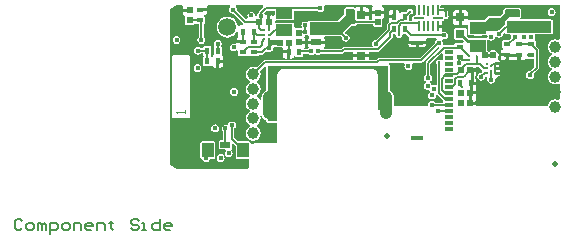
<source format=gbr>
G04 Layer_Physical_Order=1*
G04 Layer_Color=255*
%FSLAX45Y45*%
%MOMM*%
%TF.FileFunction,Copper,L1,Top,Signal*%
%TF.Part,Single*%
%TFFileComment,The blind Vias under BGA and Other Pads are Via-In-Pad (VIP)*%
G01*
G75*
%TA.AperFunction,SMDPad,CuDef*%
%ADD10R,0.80000X0.70000*%
%ADD11R,0.85000X0.60000*%
%ADD12R,1.00000X0.30000*%
%ADD13R,0.70000X0.30000*%
%ADD14R,1.00000X1.20000*%
%ADD15R,0.90000X0.50000*%
%ADD16C,1.00000*%
%ADD17R,3.76000X1.00000*%
%ADD18C,0.50800*%
%ADD19R,0.50000X0.60000*%
%ADD20R,1.37000X0.99000*%
G04:AMPARAMS|DCode=21|XSize=0.25mm|YSize=0.5mm|CornerRadius=0.0625mm|HoleSize=0mm|Usage=FLASHONLY|Rotation=0.000|XOffset=0mm|YOffset=0mm|HoleType=Round|Shape=RoundedRectangle|*
%AMROUNDEDRECTD21*
21,1,0.25000,0.37500,0,0,0.0*
21,1,0.12500,0.50000,0,0,0.0*
1,1,0.12500,0.06250,-0.18750*
1,1,0.12500,-0.06250,-0.18750*
1,1,0.12500,-0.06250,0.18750*
1,1,0.12500,0.06250,0.18750*
%
%ADD21ROUNDEDRECTD21*%
G04:AMPARAMS|DCode=22|XSize=0.16mm|YSize=0.25mm|CornerRadius=0.04mm|HoleSize=0mm|Usage=FLASHONLY|Rotation=90.000|XOffset=0mm|YOffset=0mm|HoleType=Round|Shape=RoundedRectangle|*
%AMROUNDEDRECTD22*
21,1,0.16000,0.17000,0,0,90.0*
21,1,0.08000,0.25000,0,0,90.0*
1,1,0.08000,0.08500,0.04000*
1,1,0.08000,0.08500,-0.04000*
1,1,0.08000,-0.08500,-0.04000*
1,1,0.08000,-0.08500,0.04000*
%
%ADD22ROUNDEDRECTD22*%
%ADD23R,0.25000X0.16000*%
%TA.AperFunction,BGAPad,CuDef*%
%ADD24C,0.25000*%
%TA.AperFunction,SMDPad,CuDef*%
%ADD25O,0.20000X0.85000*%
%ADD26O,0.20000X0.90000*%
%ADD27O,0.90000X0.18000*%
%ADD28R,0.40000X0.60000*%
%ADD29R,0.60000X0.40000*%
%TA.AperFunction,BGAPad,SMDef*%
%ADD30C,0.27000*%
%TA.AperFunction,SMDPad,CuDef*%
%ADD31R,0.76200X0.76200*%
%ADD32R,0.56000X0.52000*%
%ADD33R,0.52000X0.56000*%
%TA.AperFunction,Conductor*%
%ADD34C,0.12700*%
%ADD35C,0.25000*%
%ADD36C,0.20000*%
%ADD37C,0.15000*%
%TA.AperFunction,NonConductor*%
%ADD38C,0.10000*%
%ADD39C,0.15000*%
%TA.AperFunction,ComponentPad*%
%ADD40O,1.10000X2.40000*%
%TA.AperFunction,ViaPad*%
%ADD41C,1.50000*%
%TA.AperFunction,ComponentPad*%
%ADD42C,1.00000*%
%TA.AperFunction,ViaPad*%
%ADD43C,0.61000*%
%ADD44C,0.40100*%
%ADD45C,0.50000*%
%ADD46C,0.45100*%
%ADD47C,0.25000*%
%ADD48C,0.45000*%
G36*
X1079450Y141756D02*
X1078883Y140386D01*
Y70386D01*
X1082909Y60666D01*
X1085629Y59539D01*
Y23386D01*
X1046095Y23385D01*
X959095Y-63615D01*
X699629Y-63614D01*
X699629Y41385D01*
X943630Y41387D01*
X1004629Y102386D01*
Y154456D01*
X1070964D01*
X1079450Y141756D01*
D02*
G37*
G36*
X2476683Y142363D02*
X2476009Y88700D01*
X2388691Y88699D01*
X2362512Y62520D01*
X2358343Y60793D01*
X2356616Y56624D01*
X2348562Y48570D01*
X2348563Y20022D01*
X2344698Y17439D01*
X2303900Y-23359D01*
X2303349Y-23249D01*
X2290571Y-25791D01*
X2279738Y-33030D01*
X2276915Y-37255D01*
X2069230D01*
X2063900Y-26512D01*
Y43400D01*
X2181000D01*
X2216300Y78700D01*
X2317600D01*
X2351788Y112888D01*
X2351787Y142419D01*
X2360768Y151400D01*
X2467759D01*
X2476683Y142363D01*
D02*
G37*
G36*
X327912Y-335770D02*
Y-476425D01*
X328315Y-477397D01*
X328177Y-478093D01*
X328277Y-478600D01*
X328177Y-479107D01*
X328315Y-479803D01*
X327912Y-480775D01*
Y-537227D01*
X322488Y-539474D01*
X308346Y-550325D01*
X297495Y-564468D01*
X290673Y-580936D01*
X288346Y-598609D01*
Y-615504D01*
X276346Y-619144D01*
X265833Y-603410D01*
X250200Y-592964D01*
Y-579264D01*
X265833Y-568818D01*
X279691Y-548078D01*
X284557Y-523614D01*
X279691Y-499150D01*
X265833Y-478410D01*
X250200Y-467964D01*
Y-454264D01*
X265833Y-443818D01*
X279691Y-423078D01*
X284557Y-398614D01*
X279691Y-374150D01*
X276836Y-369876D01*
X315912Y-330799D01*
X327912Y-335770D01*
D02*
G37*
G36*
X25553Y171765D02*
X24838Y171287D01*
X17599Y160454D01*
X15057Y147676D01*
X17599Y134897D01*
X24838Y124065D01*
X35670Y116826D01*
X48449Y114284D01*
X49000Y114394D01*
X133373Y30020D01*
X134475Y29283D01*
X130835Y17283D01*
X115629D01*
X105718Y15312D01*
X100095Y11555D01*
X90678Y14150D01*
X87356Y16377D01*
X86699Y21373D01*
X85770Y22982D01*
Y24840D01*
X78212Y43084D01*
X76899Y44398D01*
X76418Y46192D01*
X64396Y61859D01*
X62788Y62788D01*
X61859Y64396D01*
X46192Y76418D01*
X44398Y76899D01*
X43084Y78212D01*
X24840Y85770D01*
X22982D01*
X21373Y86699D01*
X1794Y89276D01*
X877Y89031D01*
X0Y89394D01*
X-877Y89031D01*
X-1794Y89276D01*
X-21373Y86699D01*
X-22982Y85770D01*
X-24840D01*
X-43084Y78212D01*
X-44398Y76899D01*
X-46192Y76418D01*
X-61859Y64396D01*
X-62788Y62788D01*
X-64396Y61859D01*
X-76418Y46192D01*
X-76899Y44398D01*
X-78212Y43084D01*
X-85770Y24840D01*
Y22982D01*
X-86699Y21373D01*
X-89276Y1794D01*
X-88795Y0D01*
X-89276Y-1794D01*
X-86699Y-21373D01*
X-85770Y-22982D01*
Y-24840D01*
X-78212Y-43084D01*
X-76899Y-44398D01*
X-76418Y-46192D01*
X-64396Y-61859D01*
X-62788Y-62788D01*
X-61859Y-64396D01*
X-46192Y-76418D01*
X-44398Y-76899D01*
X-43084Y-78212D01*
X-24840Y-85770D01*
X-22982D01*
X-21373Y-86699D01*
X-1794Y-89276D01*
X-877Y-89031D01*
X0Y-89394D01*
X877Y-89031D01*
X1794Y-89276D01*
X21373Y-86699D01*
X22982Y-85770D01*
X24840D01*
X43084Y-78212D01*
X44398Y-76899D01*
X46192Y-76418D01*
X61859Y-64396D01*
X62788Y-62788D01*
X64396Y-61859D01*
X76418Y-46192D01*
X88318Y-46198D01*
X89731Y-46633D01*
Y-68614D01*
X91702Y-78525D01*
X93479Y-81184D01*
X87317Y-85302D01*
X81703Y-93703D01*
X79731Y-103614D01*
Y-110915D01*
X135629D01*
Y-136315D01*
X78254D01*
X68652Y-142168D01*
X67731Y-142160D01*
X55657Y-139758D01*
X42879Y-142300D01*
X32046Y-149538D01*
X24807Y-160371D01*
X22265Y-173150D01*
X24807Y-185928D01*
X32046Y-196761D01*
X42879Y-204000D01*
X55657Y-206541D01*
X68435Y-204000D01*
X79268Y-196761D01*
X79882Y-195842D01*
X91882Y-199482D01*
Y-233614D01*
X95909Y-243334D01*
X105629Y-247360D01*
X165629D01*
X175349Y-243335D01*
X185909Y-243334D01*
X195629Y-247360D01*
X255629D01*
X265349Y-243334D01*
X269191Y-234059D01*
X291717D01*
X300574Y-232297D01*
X308083Y-227280D01*
X328920Y-206443D01*
X336895Y-211771D01*
X350629Y-214504D01*
X364363Y-211771D01*
X376007Y-203992D01*
X383786Y-192348D01*
X386518Y-178614D01*
X396762Y-169245D01*
X412417D01*
X416719Y-171027D01*
X463528D01*
X473578Y-180430D01*
X473731Y-182113D01*
Y-197874D01*
X519629D01*
Y-210574D01*
X532329D01*
Y-266472D01*
X539629D01*
X549539Y-264500D01*
X557941Y-258886D01*
X563555Y-250485D01*
X564796Y-244247D01*
X577152Y-243639D01*
X579909Y-250294D01*
X589629Y-254321D01*
X629629D01*
X639349Y-250294D01*
X643375Y-240574D01*
Y-224727D01*
X684959D01*
X687758Y-228915D01*
X698590Y-236154D01*
X711369Y-238696D01*
X724147Y-236154D01*
X734980Y-228915D01*
X747708Y-231466D01*
X754942Y-236300D01*
X767720Y-238842D01*
X780499Y-236300D01*
X791331Y-229061D01*
X794130Y-224873D01*
X970180D01*
X977613Y-223395D01*
X983914Y-219184D01*
X994111Y-208987D01*
X1066217D01*
X1066731Y-209614D01*
Y-231914D01*
X1132628D01*
X1198526D01*
Y-209614D01*
X1199041Y-208987D01*
X1274279D01*
X1281712Y-207509D01*
X1288014Y-203298D01*
X1394157Y-97155D01*
X1398367Y-90854D01*
X1399846Y-83421D01*
Y-61633D01*
X1422866D01*
X1429883Y-70182D01*
X1431838Y-80015D01*
X1437408Y-88350D01*
X1445744Y-93920D01*
X1455576Y-95876D01*
X1465409Y-93920D01*
X1473744Y-88350D01*
X1479314Y-80015D01*
X1481270Y-70182D01*
X1492518Y-61633D01*
X1517449D01*
X1539214Y-83398D01*
X1540543Y-94852D01*
X1539544Y-99399D01*
X1535074Y-106089D01*
X1533103Y-116000D01*
Y-118302D01*
X1608999D01*
X1684898D01*
Y-116000D01*
X1682926Y-106089D01*
X1681071Y-103312D01*
X1687842Y-90612D01*
X1770448D01*
X1774300Y-103312D01*
X1767876Y-107605D01*
X1760637Y-118438D01*
X1758096Y-131216D01*
X1758986Y-135691D01*
X1631977Y-262700D01*
X1286265D01*
X1278832Y-264178D01*
X1272531Y-268389D01*
D01*
X1272531D01*
X1261678Y-279241D01*
X1198526D01*
Y-257314D01*
X1132628D01*
X1066731D01*
Y-279241D01*
X320580D01*
X320579Y-279241D01*
X313146Y-280720D01*
X306845Y-284930D01*
X249367Y-342407D01*
X245093Y-339552D01*
X220629Y-334686D01*
X196165Y-339552D01*
X175425Y-353410D01*
X161567Y-374150D01*
X156701Y-398614D01*
X161567Y-423078D01*
X175425Y-443818D01*
X191058Y-454264D01*
Y-467964D01*
X175425Y-478410D01*
X161567Y-499150D01*
X156701Y-523614D01*
X161567Y-548078D01*
X175425Y-568818D01*
X191058Y-579264D01*
Y-592964D01*
X175425Y-603410D01*
X161567Y-624150D01*
X156701Y-648614D01*
X161567Y-673078D01*
X175425Y-693818D01*
X191058Y-704264D01*
Y-717964D01*
X175425Y-728410D01*
X161567Y-749150D01*
X156701Y-773614D01*
X161567Y-798078D01*
X175425Y-818818D01*
X191058Y-829264D01*
Y-842964D01*
X175425Y-853410D01*
X161567Y-874150D01*
X156701Y-898614D01*
X161567Y-923078D01*
X175425Y-943818D01*
X196165Y-957676D01*
X220629Y-962542D01*
X245093Y-957676D01*
X265833Y-943818D01*
X279691Y-923078D01*
X284557Y-898614D01*
X279691Y-874150D01*
X265833Y-853410D01*
X250200Y-842964D01*
Y-829264D01*
X265833Y-818818D01*
X279691Y-798078D01*
X284557Y-773614D01*
X280448Y-752955D01*
X291987Y-749455D01*
X297495Y-762752D01*
X308346Y-776894D01*
X322488Y-787745D01*
X327912Y-789992D01*
Y-794654D01*
X331939Y-804375D01*
X341659Y-808401D01*
X423764D01*
Y-959089D01*
X423068Y-965265D01*
X421318Y-970267D01*
X418500Y-974753D01*
X414753Y-978499D01*
X410266Y-981318D01*
X405264Y-983069D01*
X399088Y-983765D01*
X240000D01*
X239110Y-984134D01*
X238184Y-983867D01*
X229283Y-984869D01*
X227626Y-985785D01*
X225735Y-985678D01*
X217282Y-988637D01*
X215872Y-989897D01*
X214007Y-990214D01*
X210866Y-992187D01*
X199038Y-986552D01*
X198866Y-986281D01*
Y-980460D01*
X194840Y-970740D01*
X185120Y-966714D01*
X88842D01*
X59307Y-937178D01*
Y-857271D01*
X63495Y-854473D01*
X70733Y-843640D01*
X73275Y-830861D01*
X70733Y-818083D01*
X63495Y-807250D01*
X52662Y-800012D01*
X39884Y-797470D01*
X27105Y-800012D01*
X16272Y-807250D01*
X9034Y-818083D01*
X8734Y-819588D01*
X-2102Y-826780D01*
X-14880Y-824239D01*
X-27659Y-826780D01*
X-38491Y-834019D01*
X-45730Y-844852D01*
X-48272Y-857630D01*
X-45730Y-870409D01*
X-38491Y-881242D01*
X-34303Y-884040D01*
Y-956714D01*
X-59880D01*
X-69600Y-960740D01*
X-73626Y-970460D01*
Y-1020460D01*
X-69600Y-1030180D01*
X-59880Y-1034206D01*
X-19213D01*
X-17236Y-1036778D01*
X-13897Y-1046206D01*
X-19318Y-1054319D01*
X-21860Y-1067098D01*
X-19318Y-1079876D01*
X-12080Y-1090709D01*
X-1247Y-1097948D01*
X11532Y-1100489D01*
X24310Y-1097948D01*
X35143Y-1090709D01*
X42381Y-1079876D01*
X44923Y-1067098D01*
X42381Y-1054319D01*
X35995Y-1044762D01*
X35673Y-1041145D01*
X37981Y-1030950D01*
X39840Y-1030180D01*
X43866Y-1020460D01*
Y-992354D01*
X54953Y-987762D01*
X71373Y-1004182D01*
Y-1100460D01*
X75400Y-1110180D01*
X85120Y-1114206D01*
X183765D01*
Y-1179088D01*
X183069Y-1185265D01*
X181319Y-1190265D01*
X178499Y-1194753D01*
X174752Y-1198500D01*
X170266Y-1201319D01*
X165264Y-1203069D01*
X159088Y-1203766D01*
X-425650D01*
X-483766Y-1170211D01*
X-483765Y150212D01*
X-425650Y183765D01*
X-378977D01*
X-370597Y171765D01*
X-371269Y168386D01*
Y153086D01*
X-319371D01*
Y127686D01*
X-371269D01*
Y112386D01*
X-369297Y102475D01*
X-363684Y94073D01*
X-358911Y90885D01*
X-359118Y90386D01*
Y34386D01*
X-355091Y24665D01*
X-345371Y20639D01*
X-293371D01*
X-283651Y24665D01*
X-282451Y27562D01*
X-269463D01*
X-269091Y26666D01*
X-259371Y22640D01*
X-238794D01*
Y-82204D01*
X-242982Y-85003D01*
X-250221Y-95836D01*
X-252763Y-108614D01*
X-250221Y-121393D01*
X-242982Y-132226D01*
X-232150Y-139464D01*
X-219371Y-142006D01*
X-206593Y-139464D01*
X-195760Y-132226D01*
X-188521Y-121393D01*
X-185980Y-108614D01*
X-188521Y-95836D01*
X-195760Y-85003D01*
X-199948Y-82204D01*
Y22640D01*
X-199371D01*
X-189651Y26666D01*
X-185625Y36386D01*
Y76386D01*
X-189651Y86106D01*
X-196306Y88863D01*
X-195699Y101219D01*
X-189461Y102460D01*
X-181059Y108074D01*
X-175445Y116476D01*
X-173474Y126386D01*
Y133685D01*
X-229371D01*
Y159085D01*
X-173474D01*
Y166386D01*
X-174543Y171765D01*
X-167101Y183765D01*
X21912D01*
X25553Y171765D01*
D02*
G37*
G36*
X1824787Y-225729D02*
X1828125Y-238416D01*
X1827037Y-240045D01*
X1826051Y-245000D01*
Y-275000D01*
X1826069Y-275092D01*
X1824602Y-278932D01*
X1814370Y-281269D01*
X1810418Y-280563D01*
X1802083Y-274993D01*
X1792250Y-273038D01*
X1782417Y-274993D01*
X1774082Y-280563D01*
X1768512Y-288899D01*
X1766556Y-298731D01*
X1768512Y-308564D01*
X1772827Y-315021D01*
Y-487562D01*
X1760127Y-494117D01*
X1749473Y-491998D01*
X1745135Y-492861D01*
X1731308Y-487210D01*
X1729166Y-484295D01*
X1723802Y-476268D01*
X1720459Y-474034D01*
Y-458760D01*
X1723921Y-456446D01*
X1731160Y-445613D01*
X1733701Y-432835D01*
X1731160Y-420056D01*
X1723921Y-409223D01*
X1720905Y-407208D01*
Y-313654D01*
X1813352Y-221208D01*
X1824787Y-225729D01*
D02*
G37*
G36*
X1790553Y-167792D02*
X1795152Y-181154D01*
X1685746Y-290559D01*
X1681282Y-297241D01*
X1679714Y-305123D01*
Y-407208D01*
X1676698Y-409223D01*
X1669460Y-420056D01*
X1666918Y-432835D01*
X1669460Y-445613D01*
X1676698Y-456446D01*
X1680042Y-458680D01*
Y-473955D01*
X1676580Y-476268D01*
X1669341Y-487101D01*
X1666800Y-499880D01*
X1669341Y-512658D01*
X1676580Y-523491D01*
X1687413Y-530729D01*
X1700191Y-533271D01*
X1704529Y-532408D01*
X1718356Y-538059D01*
X1718558Y-538334D01*
X1713007Y-552622D01*
X1710005Y-554628D01*
X1702767Y-565461D01*
X1700225Y-578239D01*
X1702767Y-591018D01*
X1710005Y-601850D01*
X1720838Y-609089D01*
X1733617Y-611631D01*
X1746395Y-609089D01*
X1757228Y-601850D01*
X1764466Y-591018D01*
X1767008Y-578239D01*
X1765967Y-573004D01*
X1777930Y-568048D01*
X1778516Y-568925D01*
X1826051Y-616461D01*
Y-625000D01*
X1826763Y-628578D01*
X1826135Y-631290D01*
X1819384Y-641279D01*
X1760026D01*
X1757228Y-637090D01*
X1746395Y-629852D01*
X1733617Y-627310D01*
X1720838Y-629852D01*
X1710005Y-637090D01*
X1702767Y-647923D01*
X1700225Y-660701D01*
X1692775Y-669779D01*
X1412915D01*
Y-598609D01*
X1410588Y-580936D01*
X1403766Y-564468D01*
X1392915Y-550325D01*
X1378773Y-539474D01*
X1375718Y-538208D01*
Y-326430D01*
X1374732Y-321475D01*
X1371925Y-317274D01*
X1367724Y-314467D01*
X1366615Y-314246D01*
X1367866Y-301546D01*
X1498451D01*
X1505239Y-314246D01*
X1502879Y-317778D01*
X1500338Y-330556D01*
X1502879Y-343335D01*
X1510118Y-354167D01*
X1520951Y-361406D01*
X1533729Y-363948D01*
X1546508Y-361406D01*
X1557341Y-354167D01*
X1564579Y-343335D01*
X1567121Y-330556D01*
X1564579Y-317778D01*
X1562219Y-314246D01*
X1569008Y-301546D01*
X1640022D01*
X1647455Y-300067D01*
X1653756Y-295857D01*
X1782780Y-166833D01*
X1790553Y-167792D01*
D02*
G37*
G36*
X2813765Y-102363D02*
X2801065Y-109842D01*
X2791933Y-106059D01*
X2775565Y-103904D01*
X2759197Y-106059D01*
X2743944Y-112377D01*
X2730847Y-122427D01*
X2720796Y-135524D01*
X2714479Y-150777D01*
X2712324Y-167145D01*
X2714479Y-183513D01*
X2720796Y-198765D01*
X2730847Y-211863D01*
X2743944Y-221913D01*
X2748431Y-223772D01*
Y-237518D01*
X2743944Y-239377D01*
X2730847Y-249427D01*
X2720796Y-262524D01*
X2714479Y-277777D01*
X2712324Y-294145D01*
X2714479Y-310513D01*
X2720796Y-325765D01*
X2730847Y-338863D01*
X2743944Y-348913D01*
X2748431Y-350772D01*
Y-364518D01*
X2743944Y-366377D01*
X2730847Y-376427D01*
X2720796Y-389524D01*
X2714479Y-404777D01*
X2712324Y-421145D01*
X2714479Y-437513D01*
X2720796Y-452765D01*
X2730847Y-465863D01*
X2743944Y-475913D01*
X2759197Y-482231D01*
X2775565Y-484386D01*
X2791933Y-482231D01*
X2801065Y-478448D01*
X2813765Y-485927D01*
Y-610363D01*
X2801065Y-617842D01*
X2791933Y-614059D01*
X2775565Y-611904D01*
X2759197Y-614059D01*
X2743944Y-620377D01*
X2730847Y-630427D01*
X2720796Y-643524D01*
X2714479Y-658777D01*
X2713030Y-669779D01*
X2109298D01*
Y-656560D01*
X2055401D01*
Y-631160D01*
X2109298D01*
Y-617860D01*
X2107326Y-607950D01*
X2102670Y-600980D01*
X2107326Y-594010D01*
X2109298Y-584100D01*
Y-570799D01*
X2055399D01*
Y-545399D01*
X2109298D01*
Y-532100D01*
X2107326Y-522189D01*
X2104222Y-517543D01*
X2105326Y-515891D01*
X2107298Y-505980D01*
Y-488679D01*
X2061400D01*
Y-463279D01*
X2107298D01*
Y-445980D01*
X2105326Y-436069D01*
X2099713Y-427668D01*
X2100225Y-412736D01*
X2101713Y-411742D01*
X2107326Y-403341D01*
X2109298Y-393430D01*
Y-380130D01*
X2055401D01*
Y-354730D01*
X2109298D01*
Y-341430D01*
X2111502Y-338745D01*
X2129900D01*
X2157001Y-365846D01*
X2157369Y-378112D01*
X2150176Y-386662D01*
X2137398Y-389204D01*
X2126565Y-396443D01*
X2119327Y-407276D01*
X2116785Y-420054D01*
X2119327Y-432833D01*
X2126565Y-443665D01*
X2137398Y-450904D01*
X2150177Y-453446D01*
X2162955Y-450904D01*
X2173788Y-443665D01*
X2181026Y-432833D01*
X2182623Y-424805D01*
X2183458Y-423463D01*
X2188288Y-419879D01*
X2196332Y-420950D01*
X2202971Y-432069D01*
X2203342Y-434019D01*
X2200998Y-445800D01*
X2203540Y-458578D01*
X2210779Y-469411D01*
X2221612Y-476650D01*
X2234390Y-479192D01*
X2247168Y-476650D01*
X2258001Y-469411D01*
X2265240Y-458578D01*
X2267782Y-445800D01*
X2266921Y-441473D01*
X2267109Y-440220D01*
X2275724Y-427880D01*
X2276140Y-427676D01*
X2283948Y-426123D01*
X2296815Y-417525D01*
X2305413Y-404658D01*
X2305906Y-402180D01*
X2268770D01*
Y-376780D01*
X2305906D01*
X2305413Y-374302D01*
X2302191Y-369480D01*
X2305413Y-364658D01*
X2305906Y-362180D01*
X2268770D01*
Y-336780D01*
X2305906D01*
X2305413Y-334302D01*
X2302191Y-329480D01*
X2305413Y-324658D01*
X2305906Y-322180D01*
X2268770D01*
Y-296780D01*
X2305906D01*
X2305413Y-294302D01*
X2296815Y-281435D01*
X2292781Y-278740D01*
X2292766Y-278724D01*
X2289826Y-262043D01*
X2293893Y-255956D01*
X2297246Y-239100D01*
X2293893Y-222244D01*
X2284345Y-207955D01*
X2270056Y-198407D01*
X2253200Y-195054D01*
X2236344Y-198407D01*
X2222055Y-207955D01*
X2216395D01*
X2202488Y-198662D01*
Y-111578D01*
X2210611Y-107171D01*
X2212535Y-106539D01*
X2214791Y-106226D01*
X2224531Y-112734D01*
X2237309Y-115276D01*
X2250088Y-112734D01*
X2260921Y-105496D01*
X2268159Y-94663D01*
X2269570Y-87570D01*
X2272161Y-85705D01*
X2282738Y-82257D01*
X2290571Y-87491D01*
X2303349Y-90033D01*
X2316128Y-87491D01*
X2326961Y-80252D01*
X2334199Y-69419D01*
X2336202Y-59351D01*
X2344275Y-53586D01*
X2358001Y-56727D01*
X2358907Y-58083D01*
X2363108Y-60890D01*
X2368063Y-61876D01*
X2396915D01*
X2403812Y-72125D01*
X2404319Y-74576D01*
X2402038Y-86044D01*
X2403587Y-93834D01*
X2385556Y-111865D01*
X2339622D01*
X2334667Y-112851D01*
X2330466Y-115658D01*
X2327659Y-119859D01*
X2326674Y-124814D01*
Y-164814D01*
X2327659Y-169769D01*
X2330466Y-173970D01*
X2334667Y-176777D01*
X2335110Y-176865D01*
X2335110Y-189814D01*
X2329712Y-190888D01*
X2321310Y-196502D01*
X2315696Y-204904D01*
X2313725Y-214814D01*
Y-222114D01*
X2369622D01*
Y-234814D01*
X2382322D01*
Y-280712D01*
X2399622D01*
X2409533Y-278740D01*
X2417934Y-273126D01*
X2421764D01*
X2430165Y-278740D01*
X2440076Y-280712D01*
X2457376D01*
Y-234814D01*
X2482776D01*
Y-280712D01*
X2500076D01*
X2509986Y-278740D01*
X2518388Y-273126D01*
X2520302Y-270262D01*
X2528598Y-265547D01*
X2536506Y-266963D01*
X2540529Y-267763D01*
X2600156D01*
Y-337089D01*
X2564248Y-372997D01*
X2563847Y-372917D01*
X2551069Y-375459D01*
X2540236Y-382697D01*
X2532997Y-393530D01*
X2530455Y-406309D01*
X2532997Y-419087D01*
X2540236Y-429920D01*
X2551069Y-437158D01*
X2563847Y-439700D01*
X2576626Y-437158D01*
X2587458Y-429920D01*
X2594697Y-419087D01*
X2597239Y-406309D01*
X2595353Y-396829D01*
X2633312Y-358869D01*
X2633313Y-358868D01*
X2637524Y-352567D01*
X2639002Y-345134D01*
Y-193865D01*
X2639002Y-193864D01*
X2637524Y-186431D01*
X2633313Y-180130D01*
X2613478Y-160294D01*
Y-124814D01*
X2612492Y-119859D01*
X2609685Y-115658D01*
X2607205Y-114001D01*
X2604762Y-110483D01*
X2601533Y-99896D01*
X2601559Y-99592D01*
X2602735Y-97831D01*
X2605276Y-85053D01*
X2603192Y-74576D01*
X2609898Y-61876D01*
X2744063D01*
X2749018Y-60890D01*
X2753219Y-58083D01*
X2756026Y-53882D01*
X2757012Y-48927D01*
Y51073D01*
X2756026Y56028D01*
X2753219Y60229D01*
X2749018Y63036D01*
X2744063Y64022D01*
X2482237D01*
X2480814Y76675D01*
X2480883Y76720D01*
X2480964Y76736D01*
X2482990Y78090D01*
X2485049Y79429D01*
X2485096Y79498D01*
X2485165Y79543D01*
X2486522Y81575D01*
X2487909Y83594D01*
X2487926Y83675D01*
X2487972Y83744D01*
X2488450Y86146D01*
X2488957Y88537D01*
X2489631Y142201D01*
X2489623Y142241D01*
X2489631Y142282D01*
X2489159Y144737D01*
X2488707Y147168D01*
X2488685Y147202D01*
X2488677Y147243D01*
X2487302Y149329D01*
X2485953Y151404D01*
X2485919Y151427D01*
X2485896Y151462D01*
X2476972Y160498D01*
X2476938Y160522D01*
X2476915Y160556D01*
X2474855Y161933D01*
X2472789Y163332D01*
X2472748Y163340D01*
X2472714Y163363D01*
X2470282Y163847D01*
X2467840Y164348D01*
X2467799Y164341D01*
X2467759Y164349D01*
X2360768D01*
X2355812Y163363D01*
X2351612Y160556D01*
X2342631Y151576D01*
X2339824Y147375D01*
X2338838Y142419D01*
X2338839Y118740D01*
X2311965Y91866D01*
X2221695D01*
X2220602Y91649D01*
X2216300D01*
X2211345Y90663D01*
X2207144Y87856D01*
X2175636Y56349D01*
X2063900D01*
X2062221Y56015D01*
X2052539D01*
X2051487Y55806D01*
X2041204Y61843D01*
X2038787Y64426D01*
Y68116D01*
X1987488D01*
Y16818D01*
X2012889D01*
X2022800Y18790D01*
X2026890Y21522D01*
X2039590Y15838D01*
Y-55934D01*
X2040576Y-60889D01*
X2043383Y-65090D01*
X2047584Y-67897D01*
X2052539Y-68883D01*
X2085408D01*
X2086883Y-71090D01*
X2091084Y-73897D01*
X2096039Y-74883D01*
X2146039D01*
X2150994Y-73897D01*
X2155195Y-71090D01*
X2156670Y-68883D01*
X2189539D01*
X2194494Y-67897D01*
X2204604Y-75748D01*
X2204605Y-78426D01*
X2203918Y-81885D01*
X2204608Y-85355D01*
X2204609Y-88148D01*
X2194494Y-95971D01*
X2189539Y-94985D01*
X2156670D01*
X2155195Y-92778D01*
X2150994Y-89971D01*
X2146039Y-88985D01*
X2096039D01*
X2091084Y-89971D01*
X2086883Y-92778D01*
X2085587Y-94716D01*
X2046958D01*
X2025838Y-73597D01*
Y-20784D01*
X2024852Y-15829D01*
X2022045Y-11628D01*
X2017845Y-8821D01*
X2012889Y-7835D01*
X1936689D01*
X1931734Y-8821D01*
X1927533Y-11628D01*
X1924726Y-15829D01*
X1923740Y-20784D01*
Y-96984D01*
X1924726Y-101939D01*
X1927533Y-106140D01*
X1931734Y-108947D01*
X1936689Y-109933D01*
X1989502D01*
X2001685Y-122116D01*
X1997659Y-131749D01*
X1995679Y-134071D01*
X1936689D01*
X1931734Y-135057D01*
X1927533Y-137864D01*
X1924726Y-142064D01*
X1923740Y-147020D01*
Y-153646D01*
X1831191D01*
X1831158Y-153653D01*
X1826443Y-148490D01*
X1822655Y-142395D01*
X1824879Y-131216D01*
X1822337Y-118438D01*
X1818667Y-112946D01*
X1819792Y-110636D01*
X1827064Y-102653D01*
X1836756Y-104580D01*
X1849534Y-102039D01*
X1860367Y-94800D01*
X1867605Y-83967D01*
X1870147Y-71189D01*
X1867605Y-58410D01*
X1860367Y-47578D01*
X1849534Y-40339D01*
X1836756Y-37797D01*
X1828514Y-39437D01*
X1818868Y-31905D01*
X1817509Y-29662D01*
X1818329Y-25541D01*
Y-5740D01*
X1782236D01*
Y19660D01*
X1818329D01*
Y39459D01*
X1816249Y49913D01*
X1818236Y52334D01*
X1826702Y54018D01*
X1833880Y58814D01*
X1838676Y65992D01*
X1839521Y70238D01*
X1848545Y68443D01*
X1858377Y70399D01*
X1866713Y75969D01*
X1872283Y84304D01*
X1874238Y94137D01*
X1872283Y103970D01*
X1867968Y110427D01*
Y124749D01*
X1866489Y132182D01*
X1862279Y138483D01*
X1862278Y138484D01*
X1845069Y155693D01*
X1838768Y159903D01*
X1831335Y161382D01*
X1805380D01*
Y174459D01*
X1816478Y183765D01*
X2813765D01*
X2813765Y-102363D01*
D02*
G37*
G36*
X1362769Y-699384D02*
X1276234D01*
Y-409999D01*
X1275865Y-409108D01*
X1276132Y-408181D01*
X1275129Y-399281D01*
X1274214Y-397625D01*
X1274320Y-395736D01*
X1271362Y-387281D01*
X1270101Y-385871D01*
X1269784Y-384006D01*
X1265020Y-376423D01*
X1263477Y-375328D01*
X1262753Y-373580D01*
X1260000Y-370827D01*
Y-369999D01*
X1259171D01*
X1256419Y-367247D01*
X1254671Y-366523D01*
X1253576Y-364979D01*
X1245991Y-360214D01*
X1244127Y-359898D01*
X1242718Y-358638D01*
X1234264Y-355679D01*
X1232375Y-355785D01*
X1230720Y-354870D01*
X1221819Y-353866D01*
X1220892Y-354134D01*
X1220000Y-353764D01*
X479999D01*
X479107Y-354134D01*
X478179Y-353866D01*
X469279Y-354870D01*
X467625Y-355785D01*
X465737Y-355679D01*
X457282Y-358638D01*
X455871Y-359898D01*
X454006Y-360215D01*
X446423Y-364980D01*
X445328Y-366523D01*
X443581Y-367247D01*
X440828Y-369999D01*
X439999D01*
Y-370828D01*
X437247Y-373580D01*
X436523Y-375327D01*
X434981Y-376421D01*
X430215Y-384005D01*
X429898Y-385870D01*
X428637Y-387281D01*
X425678Y-395736D01*
X425785Y-397625D01*
X424869Y-399281D01*
X423867Y-408181D01*
X424134Y-409108D01*
X423764Y-409999D01*
Y-794654D01*
X341659D01*
Y-480775D01*
X342092Y-478600D01*
X341659Y-476425D01*
Y-326430D01*
X1362769D01*
Y-699384D01*
D02*
G37*
G36*
X402239Y100922D02*
X390240Y94508D01*
X387539Y96312D01*
X377629Y98283D01*
X362328D01*
Y46387D01*
X336928D01*
Y98283D01*
X321629D01*
X319818Y97923D01*
X317380Y110179D01*
X314172Y114979D01*
X337434Y138241D01*
X402239D01*
Y100922D01*
D02*
G37*
G36*
X305495Y171765D02*
X270164Y136434D01*
X265147Y128926D01*
X263673Y121516D01*
X262919Y121011D01*
X255680Y110179D01*
X253816Y100806D01*
X244298Y94833D01*
X237221Y98296D01*
X234679Y111074D01*
X227440Y121907D01*
X216607Y129146D01*
X203829Y131687D01*
X191050Y129146D01*
X180218Y121907D01*
X172979Y111074D01*
X170437Y98296D01*
X172979Y85517D01*
X175484Y81768D01*
X170347Y71735D01*
X158200Y70657D01*
X81731Y147125D01*
X81841Y147676D01*
X79299Y160454D01*
X72060Y171287D01*
X71345Y171765D01*
X74986Y183765D01*
X300524D01*
X305495Y171765D01*
D02*
G37*
G36*
X1599091Y174459D02*
Y168990D01*
X1598498Y168102D01*
X1596542Y158269D01*
X1598498Y148437D01*
X1599091Y147549D01*
Y109459D01*
X1599126Y109284D01*
X1589426Y96584D01*
X1586236D01*
X1577769Y94900D01*
X1570591Y90104D01*
X1565795Y82926D01*
X1564110Y74459D01*
X1565795Y65992D01*
X1568135Y62489D01*
X1563367Y50747D01*
X1562509Y49789D01*
X1546537D01*
X1534917Y56474D01*
Y91954D01*
X1549184Y106221D01*
X1556801Y107736D01*
X1565137Y113306D01*
X1570706Y121641D01*
X1572662Y131474D01*
X1570706Y141307D01*
X1565137Y149642D01*
X1556801Y155212D01*
X1546968Y157168D01*
X1537136Y155212D01*
X1528800Y149642D01*
X1523231Y141307D01*
X1521716Y133689D01*
X1517449Y129423D01*
X1481969D01*
X1477013Y128437D01*
X1472812Y125630D01*
X1470005Y121429D01*
X1469917Y120986D01*
X1456968Y120986D01*
X1455895Y126384D01*
X1450281Y134786D01*
X1441879Y140400D01*
X1431968Y142371D01*
X1424669D01*
Y86474D01*
X1411969D01*
Y73774D01*
X1366071D01*
Y56474D01*
X1368042Y46563D01*
X1369951Y43707D01*
X1362629Y36386D01*
X1359184Y32941D01*
X1354974Y26640D01*
X1353495Y19207D01*
Y-13768D01*
X1257817Y-109446D01*
X1247422Y-111513D01*
X1236589Y-118752D01*
X1229350Y-129585D01*
X1226809Y-142363D01*
X1229350Y-155142D01*
X1231354Y-158141D01*
X1224940Y-170141D01*
X986066D01*
X978633Y-171619D01*
X972331Y-175830D01*
X962134Y-186027D01*
X823863D01*
X823702Y-185863D01*
X818547Y-174027D01*
X821555Y-169525D01*
X823527Y-159614D01*
Y-142315D01*
X755128D01*
X686731D01*
Y-159614D01*
X688703Y-169525D01*
X694032Y-177500D01*
X687758Y-181693D01*
X684959Y-185881D01*
X657069D01*
X655078Y-183287D01*
X651753Y-173881D01*
X655555Y-168191D01*
X657526Y-158280D01*
Y-142979D01*
X605628D01*
Y-117579D01*
X657526D01*
Y-102280D01*
X655555Y-92370D01*
X649941Y-83968D01*
X654912Y-72857D01*
X657376Y-70939D01*
X660629Y-71586D01*
X673407Y-69044D01*
X674796Y-68116D01*
X689622Y-72642D01*
X689908Y-73334D01*
X690733Y-86665D01*
X688703Y-89704D01*
X686731Y-99614D01*
Y-116915D01*
X755128D01*
X823527D01*
Y-99614D01*
X821555Y-89704D01*
X821327Y-89361D01*
X827741Y-77361D01*
X959094Y-77362D01*
X959095Y-77362D01*
X961768Y-76255D01*
X969759Y-84245D01*
X968719Y-89471D01*
X971261Y-102249D01*
X978499Y-113082D01*
X989332Y-120321D01*
X1002111Y-122863D01*
X1014889Y-120321D01*
X1025722Y-113082D01*
X1032961Y-102249D01*
X1035502Y-89471D01*
X1032961Y-76693D01*
X1025722Y-65860D01*
X1014889Y-58621D01*
X1002888Y-56234D01*
X1000874Y-53138D01*
X997362Y-44789D01*
X1051789Y9639D01*
X1085629Y9639D01*
X1095349Y13665D01*
X1095350Y13666D01*
X1099213Y22993D01*
X1233882D01*
Y14416D01*
X1237909Y4695D01*
X1247629Y669D01*
X1260000D01*
Y1467D01*
X1299629D01*
X1303334Y2204D01*
X1305644Y3161D01*
X1308785Y5260D01*
X1310884Y8401D01*
X1311841Y10711D01*
X1312578Y14416D01*
Y70416D01*
X1312559Y70508D01*
X1313169Y70915D01*
X1317941Y74103D01*
X1323555Y82505D01*
X1325526Y92416D01*
Y107716D01*
X1221731D01*
Y92416D01*
X1223703Y82505D01*
X1229317Y74103D01*
X1229713Y73839D01*
X1226072Y61839D01*
X1205541D01*
X1198526Y70386D01*
Y92686D01*
X1132628D01*
Y105386D01*
X1119928D01*
Y166283D01*
X1092629D01*
X1082718Y164312D01*
X1081944Y163794D01*
X1080684Y164176D01*
X1076980Y165711D01*
X1073646Y167939D01*
X1072265Y167664D01*
X1070964Y168203D01*
X1004629D01*
X994909Y164176D01*
X990882Y154456D01*
Y108080D01*
X937936Y55133D01*
X699629Y55132D01*
X689908Y51106D01*
X689291Y49615D01*
X674796Y44868D01*
X673407Y45796D01*
X660629Y48337D01*
X647850Y45796D01*
X637018Y38557D01*
X629779Y27724D01*
X627237Y14946D01*
X629779Y2167D01*
X630247Y1466D01*
X623833Y-10534D01*
X579629D01*
X578733Y-10905D01*
X566732Y-2887D01*
Y20916D01*
X562706Y30636D01*
X552986Y34663D01*
X415986D01*
X415877Y34617D01*
X406355Y40980D01*
Y52852D01*
X415877Y59215D01*
X415986Y59170D01*
X552986D01*
X562706Y63196D01*
X566732Y72916D01*
Y136966D01*
X761524D01*
X761835Y136499D01*
X772668Y129261D01*
X785447Y126719D01*
X798225Y129261D01*
X809058Y136499D01*
X816297Y147332D01*
X818838Y160111D01*
X816520Y171765D01*
X816831Y173700D01*
X823462Y183765D01*
X1229699D01*
X1236961Y172636D01*
X1236855Y171765D01*
X1229317Y166728D01*
X1223703Y158326D01*
X1221731Y148416D01*
Y133116D01*
X1325526D01*
Y148416D01*
X1323555Y158326D01*
X1317941Y166728D01*
X1315885Y168102D01*
X1311451Y171065D01*
X1310403Y171765D01*
X1310297Y172636D01*
X1311685Y174763D01*
X1311969Y179238D01*
X1313563Y183765D01*
X1587993D01*
X1599091Y174459D01*
D02*
G37*
%LPC*%
G36*
X-114880Y-966714D02*
X-214880D01*
X-224600Y-970740D01*
X-228626Y-980460D01*
Y-1100460D01*
X-224600Y-1110180D01*
X-214880Y-1114206D01*
X-211650D01*
X-210221Y-1121393D01*
X-202982Y-1132226D01*
X-192149Y-1139464D01*
X-179371Y-1142006D01*
X-166593Y-1139464D01*
X-155760Y-1132226D01*
X-148521Y-1121393D01*
X-147092Y-1114206D01*
X-114880D01*
X-105160Y-1110180D01*
X-101134Y-1100460D01*
Y-980460D01*
X-105160Y-970740D01*
X-114880Y-966714D01*
D02*
G37*
G36*
X-54176Y-1076249D02*
X-66954Y-1078791D01*
X-77787Y-1086029D01*
X-85026Y-1096862D01*
X-87568Y-1109640D01*
X-85026Y-1122419D01*
X-77787Y-1133252D01*
X-66954Y-1140490D01*
X-54176Y-1143032D01*
X-41397Y-1140490D01*
X-30565Y-1133252D01*
X-23326Y-1122419D01*
X-20784Y-1109640D01*
X-23326Y-1096862D01*
X-30565Y-1086029D01*
X-41397Y-1078791D01*
X-54176Y-1076249D01*
D02*
G37*
G36*
X-34574Y-300714D02*
X-67772D01*
Y-343912D01*
X-60471D01*
X-50561Y-341940D01*
X-42159Y-336326D01*
X-36545Y-327925D01*
X-34574Y-318014D01*
Y-300714D01*
D02*
G37*
G36*
X-103550Y-824402D02*
X-116328Y-826943D01*
X-127161Y-834182D01*
X-134400Y-845015D01*
X-136942Y-857793D01*
X-134400Y-870572D01*
X-127161Y-881405D01*
X-116328Y-888643D01*
X-103550Y-891185D01*
X-90771Y-888643D01*
X-79939Y-881405D01*
X-72700Y-870572D01*
X-70158Y-857793D01*
X-72700Y-845015D01*
X-79939Y-834182D01*
X-90771Y-826943D01*
X-103550Y-824402D01*
D02*
G37*
G36*
X-333100Y-234235D02*
X-452196D01*
X-461916Y-238261D01*
X-465942Y-247982D01*
Y-758800D01*
X-461916Y-768520D01*
X-452196Y-772546D01*
X-333100D01*
X-323380Y-768520D01*
X-319354Y-758800D01*
Y-247982D01*
X-323380Y-238261D01*
X-333100Y-234235D01*
D02*
G37*
G36*
X-251456Y-313723D02*
X-264234Y-316264D01*
X-275067Y-323503D01*
X-282306Y-334336D01*
X-284848Y-347114D01*
X-282306Y-359893D01*
X-275067Y-370725D01*
X-264234Y-377964D01*
X-251456Y-380506D01*
X-238677Y-377964D01*
X-227845Y-370725D01*
X-220606Y-359893D01*
X-218064Y-347114D01*
X-220606Y-334336D01*
X-227845Y-323503D01*
X-238677Y-316264D01*
X-251456Y-313723D01*
D02*
G37*
G36*
X58299Y-512815D02*
X44565Y-515547D01*
X32921Y-523327D01*
X25141Y-534970D01*
X22409Y-548704D01*
X25141Y-562439D01*
X32921Y-574082D01*
X44565Y-581862D01*
X58299Y-584594D01*
X72033Y-581862D01*
X83676Y-574082D01*
X91456Y-562439D01*
X94188Y-548704D01*
X91456Y-534970D01*
X83676Y-523327D01*
X72033Y-515547D01*
X58299Y-512815D01*
D02*
G37*
G36*
X-79588Y-108757D02*
X-92367Y-111299D01*
X-103200Y-118537D01*
X-110438Y-129370D01*
X-112980Y-142149D01*
X-110438Y-154927D01*
X-109030Y-157034D01*
X-110192Y-160864D01*
X-114218Y-170584D01*
Y-230584D01*
X-112249Y-235336D01*
X-118784Y-239702D01*
X-124398Y-248104D01*
X-125638Y-254342D01*
X-136852Y-254893D01*
X-140085Y-243674D01*
X-138984Y-236037D01*
X-136725Y-230584D01*
Y-170584D01*
X-140751Y-160864D01*
X-150471Y-156838D01*
X-190471D01*
X-200192Y-160864D01*
X-204218Y-170584D01*
Y-181161D01*
X-222496D01*
X-225294Y-176973D01*
X-236127Y-169734D01*
X-248906Y-167192D01*
X-261684Y-169734D01*
X-272517Y-176973D01*
X-279756Y-187806D01*
X-282297Y-200584D01*
X-279756Y-213363D01*
X-272517Y-224195D01*
X-261684Y-231434D01*
X-248906Y-233976D01*
X-236127Y-231434D01*
X-225294Y-224195D01*
X-222496Y-220007D01*
X-204218D01*
Y-230584D01*
X-201959Y-236037D01*
X-200768Y-244299D01*
X-201959Y-252561D01*
X-204218Y-258014D01*
Y-318014D01*
X-200192Y-327734D01*
X-190471Y-331761D01*
X-150471D01*
X-140751Y-327734D01*
X-137994Y-321079D01*
X-125638Y-321687D01*
X-124398Y-327925D01*
X-118784Y-336326D01*
X-110382Y-341940D01*
X-100471Y-343912D01*
X-93172D01*
Y-288014D01*
X-80472D01*
Y-275314D01*
X-34574D01*
Y-258014D01*
X-36545Y-248104D01*
X-42159Y-239702D01*
X-48693Y-235336D01*
X-46725Y-230584D01*
Y-170584D01*
X-50751Y-160864D01*
X-51361Y-158852D01*
X-48739Y-154927D01*
X-46197Y-142149D01*
X-48739Y-129370D01*
X-55977Y-118537D01*
X-66810Y-111299D01*
X-79588Y-108757D01*
D02*
G37*
G36*
X506929Y-223274D02*
X473731D01*
Y-240574D01*
X475703Y-250485D01*
X481317Y-258886D01*
X489718Y-264500D01*
X499629Y-266472D01*
X506929D01*
Y-223274D01*
D02*
G37*
G36*
X-429371Y-75223D02*
X-442149Y-77764D01*
X-452982Y-85003D01*
X-460221Y-95836D01*
X-462763Y-108614D01*
X-460221Y-121393D01*
X-452982Y-132226D01*
X-442149Y-139464D01*
X-429371Y-142006D01*
X-416593Y-139464D01*
X-405760Y-132226D01*
X-398521Y-121393D01*
X-395979Y-108614D01*
X-398521Y-95836D01*
X-405760Y-85003D01*
X-416593Y-77764D01*
X-429371Y-75223D01*
D02*
G37*
G36*
X1684898Y-143702D02*
X1621699D01*
Y-171898D01*
X1659000D01*
X1668911Y-169926D01*
X1677312Y-164312D01*
X1682926Y-155911D01*
X1684898Y-146000D01*
Y-143702D01*
D02*
G37*
G36*
X1596299D02*
X1533103D01*
Y-146000D01*
X1535074Y-155911D01*
X1540688Y-164312D01*
X1549090Y-169926D01*
X1559000Y-171898D01*
X1596299D01*
Y-143702D01*
D02*
G37*
G36*
X1962088Y144814D02*
X1936689D01*
X1926779Y142842D01*
X1918377Y137228D01*
X1912763Y128827D01*
X1910792Y118916D01*
Y93516D01*
X1962088D01*
Y144814D01*
D02*
G37*
G36*
X2746519Y160149D02*
X2733740Y157607D01*
X2722907Y150369D01*
X2715669Y139536D01*
X2713127Y126757D01*
X2715669Y113979D01*
X2722907Y103146D01*
X2733740Y95908D01*
X2746519Y93366D01*
X2759297Y95908D01*
X2770130Y103146D01*
X2777368Y113979D01*
X2779910Y126757D01*
X2777368Y139536D01*
X2770130Y150369D01*
X2759297Y157607D01*
X2746519Y160149D01*
D02*
G37*
G36*
X1962088Y68116D02*
X1910792D01*
Y42716D01*
X1912763Y32805D01*
X1918377Y24404D01*
X1926779Y18790D01*
X1936689Y16818D01*
X1962088D01*
Y68116D01*
D02*
G37*
G36*
X2012889Y144814D02*
X1987488D01*
Y93516D01*
X2038787D01*
Y118916D01*
X2036816Y128827D01*
X2031202Y137228D01*
X2022800Y142842D01*
X2012889Y144814D01*
D02*
G37*
G36*
X2356922Y-247514D02*
X2313725D01*
Y-254814D01*
X2315696Y-264725D01*
X2321310Y-273126D01*
X2329712Y-278740D01*
X2339622Y-280712D01*
X2356922D01*
Y-247514D01*
D02*
G37*
G36*
X1172629Y166283D02*
X1145328D01*
Y118086D01*
X1198526D01*
Y140386D01*
X1196555Y150296D01*
X1190941Y158698D01*
X1182539Y164312D01*
X1172629Y166283D01*
D02*
G37*
G36*
X1399269Y142371D02*
X1391969D01*
X1382058Y140400D01*
X1373656Y134786D01*
X1368042Y126384D01*
X1366071Y116474D01*
Y99174D01*
X1399269D01*
Y142371D01*
D02*
G37*
%LPD*%
D10*
X1132629Y-244614D02*
D03*
Y105386D02*
D03*
D11*
X755129Y-129614D02*
D03*
Y-9614D02*
D03*
D12*
X1609000Y-131000D02*
D03*
Y-939000D02*
D03*
D13*
X1874000Y-210000D02*
D03*
Y-260000D02*
D03*
Y-810000D02*
D03*
Y-310000D02*
D03*
Y-760000D02*
D03*
Y-710000D02*
D03*
Y-410000D02*
D03*
Y-660000D02*
D03*
Y-460000D02*
D03*
Y-510000D02*
D03*
Y-560000D02*
D03*
Y-610000D02*
D03*
Y-860000D02*
D03*
Y-360000D02*
D03*
D14*
X135120Y-1040460D02*
D03*
X-164880D02*
D03*
D15*
X-14880Y-995460D02*
D03*
D16*
X220629Y-898614D02*
D03*
Y-773614D02*
D03*
Y-648614D02*
D03*
Y-523614D02*
D03*
Y-398614D02*
D03*
D17*
X2556063Y1073D02*
D03*
D18*
X1350631Y-918610D02*
D03*
X2775627Y-1158614D02*
D03*
D19*
X2121039Y-131934D02*
D03*
Y-31934D02*
D03*
D20*
Y-6434D02*
D03*
Y-157434D02*
D03*
X484486Y-28584D02*
D03*
Y122416D02*
D03*
D21*
X2111960Y-261750D02*
D03*
D22*
X2046960Y-279250D02*
D03*
D23*
Y-244250D02*
D03*
D24*
X310629Y-23614D02*
D03*
X350629D02*
D03*
X310629Y-63614D02*
D03*
X350629D02*
D03*
X310629Y-103614D02*
D03*
X350629D02*
D03*
D25*
X1622236Y6959D02*
D03*
X1662235D02*
D03*
X1742236D02*
D03*
X1782235D02*
D03*
Y141959D02*
D03*
X1742236D02*
D03*
X1662235D02*
D03*
X1622236D02*
D03*
D26*
X1702236Y9459D02*
D03*
Y139459D02*
D03*
D27*
X1782235Y74459D02*
D03*
X1622236D02*
D03*
D28*
X1971400Y-475980D02*
D03*
X2061400D02*
D03*
X135629Y-38614D02*
D03*
X225629D02*
D03*
X1411968Y86474D02*
D03*
X1501969D02*
D03*
X609629Y-210574D02*
D03*
X519629D02*
D03*
X1501969Y-18684D02*
D03*
X1411968D02*
D03*
X-80471Y-200584D02*
D03*
X-170471D02*
D03*
Y-288014D02*
D03*
X-80471D02*
D03*
D29*
X135629Y-123614D02*
D03*
Y-213614D02*
D03*
X225629D02*
D03*
Y-123614D02*
D03*
X2369622Y-144814D02*
D03*
Y-234814D02*
D03*
X2570529D02*
D03*
Y-144814D02*
D03*
X2470076Y-234814D02*
D03*
Y-144814D02*
D03*
X1966689Y-167020D02*
D03*
Y-257020D02*
D03*
X-229371Y56386D02*
D03*
Y146386D02*
D03*
D30*
X2268770Y-389480D02*
D03*
X2199470D02*
D03*
X2234120Y-369490D02*
D03*
X2268770Y-349480D02*
D03*
X2199470D02*
D03*
X2234120Y-329470D02*
D03*
X2268770Y-309480D02*
D03*
X2199470D02*
D03*
D31*
X1974789Y80816D02*
D03*
Y-58884D02*
D03*
D32*
X2055400Y-558100D02*
D03*
X1977400D02*
D03*
X271629Y46386D02*
D03*
X349629D02*
D03*
X522719Y-131280D02*
D03*
X444719D02*
D03*
X1977400Y-643860D02*
D03*
X2055400D02*
D03*
X1977400Y-367430D02*
D03*
X2055400D02*
D03*
D33*
X605629Y-52280D02*
D03*
Y-130280D02*
D03*
X1273629Y42416D02*
D03*
Y120416D02*
D03*
X-319371Y140386D02*
D03*
Y62386D02*
D03*
D34*
X2300800Y-309480D02*
X2346943D01*
X2268770D02*
X2300800D01*
X320579Y-298664D02*
X1269724D01*
X220629Y-398614D02*
X320579Y-298664D01*
X1269724D02*
X1286265Y-282123D01*
X1640022D02*
X1791487Y-130658D01*
X350629Y47386D02*
Y106386D01*
X1870759Y-657567D02*
X1873596Y-660404D01*
X111546Y-1011382D02*
X137872Y-1037708D01*
X-219371Y-108614D02*
Y61386D01*
X1059155Y87969D02*
Y96616D01*
X1026488Y129283D02*
X1059155Y96616D01*
X2435429Y-89461D02*
Y-86044D01*
X39884Y-945224D02*
X135120Y-1040460D01*
X1501969Y69472D02*
Y86474D01*
X1488263Y55766D02*
X1501969Y69472D01*
X1463557Y55766D02*
X1488263D01*
X1380422Y-50230D02*
X1411968Y-18684D01*
X1380422Y-83421D02*
Y-50230D01*
X1274279Y-189564D02*
X1380422Y-83421D01*
X986066Y-189564D02*
X1274279D01*
X1455576Y-70182D02*
Y11864D01*
X1702236Y107527D02*
Y124459D01*
X1701807Y107098D02*
X1702236Y107527D01*
X1546968Y131474D02*
Y131474D01*
X1501969Y86474D02*
X1546968Y131474D01*
X1848545Y94137D02*
Y124749D01*
X1831335Y141959D02*
X1848545Y124749D01*
X1782235Y141959D02*
X1831335D01*
X1286265Y-282123D02*
X1640022D01*
X1622236Y141959D02*
Y158269D01*
X1702236Y139459D02*
Y164559D01*
X614905Y-205304D02*
X711369D01*
X1792250Y-555191D02*
Y-298731D01*
Y-555191D02*
X1847059Y-610000D01*
X1874000D01*
X2150177Y-420054D02*
Y-418243D01*
X2024450Y-401113D02*
X2055400Y-370163D01*
X2024450Y-401321D02*
Y-401113D01*
X2013291Y-412480D02*
X2024450Y-401321D01*
X2013083Y-412480D02*
X2013291D01*
X1998633Y-426930D02*
X2013083Y-412480D01*
X1943509Y-426930D02*
X1998633D01*
X1733617Y-660702D02*
X1867624D01*
X1787683Y-709609D02*
X1873610D01*
X1867624Y-660702D02*
X1870759Y-657567D01*
X2553157Y-229942D02*
Y-229844D01*
X2553078Y-229765D02*
X2553157Y-229844D01*
X1554473Y-71189D02*
X1836756D01*
X1873610Y-709609D02*
X1874000Y-710000D01*
X1873596Y-660404D02*
X1874000Y-660000D01*
X1501969Y-18684D02*
X1554473Y-71189D01*
X2178940Y-389480D02*
X2199470D01*
X2150177Y-418243D02*
X2178940Y-389480D01*
X2570529Y-144814D02*
X2619579Y-193864D01*
Y-345134D02*
Y-193864D01*
X2470076Y-144814D02*
X2570529D01*
X2369622D02*
X2380076D01*
X2435429Y-89461D01*
X-224371Y56386D02*
X-219371Y61386D01*
X-229371Y56386D02*
X-224371D01*
X-235371Y62386D02*
X-229371Y56386D01*
X-319371Y62386D02*
X-235371D01*
X349629Y46386D02*
X350629Y47386D01*
Y-23614D02*
Y45385D01*
X349629Y46386D02*
X350629Y45385D01*
X1087919Y42416D02*
X1273629D01*
X1132629Y105386D02*
X1147659Y120416D01*
X1273629D01*
X-170471Y-288014D02*
Y-200584D01*
X1988919Y-279250D02*
X2046960D01*
X1966689Y-257020D02*
X1988919Y-279250D01*
X1874000Y-860000D02*
X1897740D01*
X1855770Y-760000D02*
X1874000D01*
X2268770Y-389480D02*
Y-349480D01*
Y-309480D01*
X1971400Y-487561D02*
X1990739Y-506900D01*
X1971400Y-487561D02*
Y-475980D01*
X2234120Y-445530D02*
Y-369490D01*
X-179371Y-1108614D02*
Y-1054951D01*
X-164880Y-1040460D01*
X135120D02*
X137872Y-1037708D01*
X755129Y-9614D02*
X922596D01*
X-248906Y-200584D02*
X-170471D01*
X600253Y-219950D02*
X609629Y-210574D01*
X-14880Y-995460D02*
Y-857630D01*
X39884Y-945224D02*
Y-830861D01*
X970180Y-205450D02*
X986066Y-189564D01*
X767720Y-205450D02*
X970180D01*
X1054285Y76050D02*
X1087919Y42416D01*
X922596Y-9614D02*
X1002111Y-89129D01*
X-79588Y-199701D02*
Y-142149D01*
X-80471Y-200584D02*
X-79588Y-199701D01*
X135629Y-123614D02*
Y-38614D01*
Y-123614D02*
X135629Y-123614D01*
X522719Y-207484D02*
Y-131280D01*
X519629Y-210574D02*
X522719Y-207484D01*
X1874000Y-510000D02*
X1900941D01*
X1932350Y-478591D01*
Y-438089D01*
X1943509Y-426930D01*
X2055400Y-370163D02*
Y-367430D01*
X1959635Y-306303D02*
Y-264074D01*
X1966689Y-257020D01*
X2234120Y-445530D02*
X2234390Y-445800D01*
X2563847Y-406309D02*
Y-400866D01*
X2619579Y-345134D01*
X1260200Y-134531D02*
X1372919Y-21813D01*
Y19207D01*
X1260200Y-142363D02*
Y-134531D01*
X1622236Y6959D02*
Y30366D01*
X1455576Y11864D02*
X1474078Y30366D01*
X1372919Y19207D02*
X1384078Y30366D01*
X1438157D01*
X1463557Y55766D01*
X2346943Y-309480D02*
X2369599Y-286824D01*
X2234120Y-329470D02*
X2254110Y-309480D01*
X2268770D01*
X600253Y-219950D02*
X600256Y-219953D01*
X614905Y-205304D01*
X1474078Y30366D02*
X1622236D01*
X2548029Y-234814D02*
X2553078Y-229765D01*
X2548029Y-234814D02*
X2570529D01*
D35*
X2300800Y-309480D02*
X2323456Y-286824D01*
X2369599D01*
X2185250Y-239100D02*
Y-220050D01*
X2169800Y-204600D02*
X2185250Y-220050D01*
X2169800Y-204600D02*
Y-180695D01*
X2185250Y-239100D02*
X2253200D01*
X2069189Y-468191D02*
Y-383952D01*
X2061400Y-475980D02*
X2069189Y-468191D01*
X2072538Y-360874D02*
X2096692D01*
X2071037Y-359373D02*
X2072538Y-360874D01*
X2055400Y-370163D02*
X2069189Y-383952D01*
X2055400Y-558100D02*
X2061400Y-552100D01*
Y-475980D01*
X2055400Y-643860D02*
Y-558100D01*
Y-643860D02*
X2055910Y-644370D01*
X2116320D01*
X2055400Y-367430D02*
X2059190Y-371220D01*
X2369599Y-234837D02*
X2369622Y-234814D01*
X2369599Y-286824D02*
Y-234837D01*
X2470076Y-234814D02*
X2470719Y-235457D01*
Y-288784D02*
Y-235457D01*
X2369622Y-234814D02*
X2470076D01*
X2036315Y-120410D02*
X2088110D01*
X1974789Y-58884D02*
X2036315Y-120410D01*
X2088110D02*
X2099634Y-131934D01*
X2121039D02*
X2169800Y-180695D01*
X2099634Y-131934D02*
X2121039D01*
X2059190Y-371220D02*
X2071037Y-359373D01*
D36*
X350629Y-173671D02*
Y-146171D01*
X378200Y-146100D02*
X435000D01*
X350629Y-173671D02*
X378200Y-146100D01*
X350629Y-178614D02*
Y-173671D01*
Y-146171D02*
Y-103614D01*
X365520Y-131280D02*
X444719D01*
X350629Y-146171D02*
X365520Y-131280D01*
X428539Y-115100D02*
X444719Y-131280D01*
X362115Y-115100D02*
X428539D01*
X350629Y-103614D02*
X362115Y-115100D01*
X350629Y-178614D02*
X351086D01*
X250629Y-63614D02*
X310629D01*
X225629Y-38614D02*
X250629Y-63614D01*
X285629Y-23614D02*
X310629D01*
X271629Y-9614D02*
X285629Y-23614D01*
X271629Y-9614D02*
Y46386D01*
X149739D02*
X271629D01*
X225629Y-213614D02*
X226400Y-214385D01*
X660629Y-38194D02*
Y14946D01*
X619715Y-38194D02*
X660629D01*
X605629Y-52280D02*
X619715Y-38194D01*
X2379586Y126756D02*
X2441263D01*
X2378151Y125321D02*
X2379586Y126756D01*
X2321552Y68722D02*
X2378151Y125321D01*
X2221695Y68722D02*
X2321552D01*
X2303349Y-56641D02*
X2361063Y1073D01*
X1344631Y-663610D02*
Y-554241D01*
X1308711Y-518322D02*
X1344631Y-554241D01*
X1308711Y-518322D02*
Y-463210D01*
Y-409999D01*
X324017Y-178614D02*
X350629D01*
X2139487Y-315600D02*
X2173367Y-349480D01*
X2100010Y-315600D02*
X2139487D01*
X2173367Y-349480D02*
X2199470D01*
X2021119Y-315600D02*
X2100010D01*
X2361063Y1073D02*
X2556063D01*
X2146539Y-6434D02*
X2221695Y68722D01*
X2146539Y-6434D02*
X2160452D01*
X48449Y147676D02*
X149739Y46386D01*
X350629Y-63614D02*
X365629D01*
X400659Y-28584D01*
X484486D01*
X225629Y-123614D02*
Y-38614D01*
Y-123614D02*
X225629Y-123614D01*
Y-213614D02*
X228329Y-210914D01*
X2111960Y-303650D02*
Y-261750D01*
X2100010Y-315600D02*
X2111960Y-303650D01*
X1977400Y-359319D02*
X2021119Y-315600D01*
X1977400Y-367430D02*
Y-359319D01*
X290129Y-124115D02*
X310629Y-103614D01*
X173329Y-170914D02*
X275149D01*
X290129Y-155934D01*
Y-124115D01*
X228329Y-210914D02*
X291717D01*
X324017Y-178614D01*
X286530Y61287D02*
Y97400D01*
Y120068D01*
X271629Y46386D02*
X286530Y61287D01*
X445516Y161386D02*
X484486Y122416D01*
X516366Y154296D02*
X522181Y160111D01*
X785447D01*
X286530Y120068D02*
X327847Y161386D01*
X445516D01*
X1946950Y-397880D02*
X1977400Y-367430D01*
X1874000Y-410000D02*
X1886120Y-397880D01*
X1946950D01*
X133129Y-211114D02*
X173329Y-170914D01*
X2121039Y-31934D02*
X2146539Y-6434D01*
X2121039D02*
X2146539D01*
X2084218D02*
X2121039D01*
D37*
X1959467Y-174242D02*
X1966689Y-167020D01*
X1831191Y-174242D02*
X1959467D01*
X1700310Y-305123D02*
X1831191Y-174242D01*
X1622236Y74459D02*
X1647455D01*
X1818800Y-533971D02*
X1844828Y-560000D01*
X1874000D01*
X1818800Y-533971D02*
Y-436633D01*
X1845433Y-410000D01*
X1874000D01*
X1700310Y-432835D02*
Y-305123D01*
X1697573Y-432835D02*
X1700310D01*
X1966689Y-167020D02*
X1969730D01*
X2046960Y-244250D01*
X1874000Y-810000D02*
X1887860D01*
X135629Y-213614D02*
Y-208616D01*
D38*
X-354895Y-728582D02*
Y-701924D01*
Y-715253D01*
X-434870D01*
X-421541Y-728582D01*
D39*
X-1733924Y-1638703D02*
X-1750586Y-1622042D01*
X-1783908D01*
X-1800569Y-1638703D01*
Y-1705348D01*
X-1783908Y-1722010D01*
X-1750586D01*
X-1733924Y-1705348D01*
X-1683940Y-1722010D02*
X-1650618D01*
X-1633957Y-1705348D01*
Y-1672026D01*
X-1650618Y-1655364D01*
X-1683940D01*
X-1700602Y-1672026D01*
Y-1705348D01*
X-1683940Y-1722010D01*
X-1600634D02*
Y-1655364D01*
X-1583972D01*
X-1567311Y-1672026D01*
Y-1722010D01*
Y-1672026D01*
X-1550650Y-1655364D01*
X-1533989Y-1672026D01*
Y-1722010D01*
X-1500666Y-1755332D02*
Y-1655364D01*
X-1450682D01*
X-1434021Y-1672026D01*
Y-1705348D01*
X-1450682Y-1722010D01*
X-1500666D01*
X-1384037D02*
X-1350714D01*
X-1334053Y-1705348D01*
Y-1672026D01*
X-1350714Y-1655364D01*
X-1384037D01*
X-1400698Y-1672026D01*
Y-1705348D01*
X-1384037Y-1722010D01*
X-1300730D02*
Y-1655364D01*
X-1250747D01*
X-1234085Y-1672026D01*
Y-1722010D01*
X-1150779D02*
X-1184101D01*
X-1200763Y-1705348D01*
Y-1672026D01*
X-1184101Y-1655364D01*
X-1150779D01*
X-1134118Y-1672026D01*
Y-1688687D01*
X-1200763D01*
X-1100795Y-1722010D02*
Y-1655364D01*
X-1050811D01*
X-1034150Y-1672026D01*
Y-1722010D01*
X-984166Y-1638703D02*
Y-1655364D01*
X-1000827D01*
X-967505D01*
X-984166D01*
Y-1705348D01*
X-967505Y-1722010D01*
X-750908Y-1638703D02*
X-767569Y-1622042D01*
X-800891D01*
X-817553Y-1638703D01*
Y-1655364D01*
X-800891Y-1672026D01*
X-767569D01*
X-750908Y-1688687D01*
Y-1705348D01*
X-767569Y-1722010D01*
X-800891D01*
X-817553Y-1705348D01*
X-717585Y-1722010D02*
X-684263D01*
X-700924D01*
Y-1655364D01*
X-717585D01*
X-567634Y-1622042D02*
Y-1722010D01*
X-617617D01*
X-634279Y-1705348D01*
Y-1672026D01*
X-617617Y-1655364D01*
X-567634D01*
X-484327Y-1722010D02*
X-517649D01*
X-534311Y-1705348D01*
Y-1672026D01*
X-517649Y-1655364D01*
X-484327D01*
X-467666Y-1672026D01*
Y-1688687D01*
X-534311D01*
D40*
X1344631Y-663610D02*
D03*
X356630D02*
D03*
D41*
X0Y0D02*
D03*
D42*
X2775565Y-167145D02*
D03*
Y-294145D02*
D03*
Y-421145D02*
D03*
Y-548145D02*
D03*
Y-675145D02*
D03*
D43*
X2253200Y-239100D02*
D03*
X2185250D02*
D03*
D44*
X5629Y-222019D02*
D03*
X134100Y151300D02*
D03*
X308700Y-478600D02*
D03*
X660629Y14946D02*
D03*
Y-38194D02*
D03*
X2515076Y-85193D02*
D03*
X2435429Y-86044D02*
D03*
X2571885Y-85053D02*
D03*
X2303349Y-56641D02*
D03*
X2281452Y-121329D02*
D03*
X1485221Y164631D02*
D03*
X1260200Y-142363D02*
D03*
X1026488Y129283D02*
D03*
X1862215Y-131216D02*
D03*
X1791487D02*
D03*
X2378151Y125321D02*
D03*
X2441263Y126756D02*
D03*
X1533729Y-330556D02*
D03*
X711369Y-205304D02*
D03*
X2150177Y-420054D02*
D03*
X1787683Y-709609D02*
D03*
X1733617Y-660702D02*
D03*
X1700310Y-432835D02*
D03*
X2237309Y-81885D02*
D03*
X1836756Y-71189D02*
D03*
X1308711Y-518322D02*
D03*
X2746519Y126757D02*
D03*
X-219371Y-108614D02*
D03*
X-179371Y-1108614D02*
D03*
X48449Y147676D02*
D03*
X1308711Y-463210D02*
D03*
X1959635Y-306303D02*
D03*
X220629Y-773614D02*
D03*
X-251456Y-347114D02*
D03*
X-248906Y-200584D02*
D03*
X-429371Y-108614D02*
D03*
X1080234Y-87075D02*
D03*
X203829Y98296D02*
D03*
X286530Y97400D02*
D03*
X217833Y-520818D02*
D03*
X-54176Y-1109640D02*
D03*
X220629Y-898614D02*
D03*
Y-648614D02*
D03*
X-103550Y-857793D02*
D03*
X-14880Y-857630D02*
D03*
X11532Y-1067098D02*
D03*
X39884Y-830861D02*
D03*
X767720Y-205450D02*
D03*
X1002111Y-89471D02*
D03*
X1053390Y-46364D02*
D03*
X55657Y-173150D02*
D03*
X-79588Y-142149D02*
D03*
X785447Y160111D02*
D03*
X1059155Y87969D02*
D03*
X2234390Y-445800D02*
D03*
X2563847Y-406309D02*
D03*
X1749473Y-525389D02*
D03*
X1700191Y-499880D02*
D03*
X1733617Y-578239D02*
D03*
X1308711Y-409999D02*
D03*
X1752200Y-447500D02*
D03*
D45*
X350629Y106386D02*
D03*
D46*
X2310000Y123000D02*
D03*
X1671000Y-617600D02*
D03*
X2096692Y-360874D02*
D03*
X2394356Y-489311D02*
D03*
X2470719Y-288784D02*
D03*
X-227400Y-822300D02*
D03*
X-124381Y149476D02*
D03*
X-39401Y-421304D02*
D03*
X-144201Y-420064D02*
D03*
X2369599Y-286824D02*
D03*
X1471937Y-629986D02*
D03*
X2116320Y-644370D02*
D03*
X-332200Y-211500D02*
D03*
X1171979Y-49214D02*
D03*
X58249Y-613964D02*
D03*
X-28550Y-1162230D02*
D03*
X-130071Y-26954D02*
D03*
D47*
X1455576Y-70182D02*
D03*
X1701807Y107098D02*
D03*
X1546968Y131474D02*
D03*
X1647455Y74459D02*
D03*
X1874000Y-410000D02*
D03*
X1848545Y94137D02*
D03*
X1792250Y-298731D02*
D03*
X1622236Y158269D02*
D03*
X1662235Y141959D02*
D03*
X2553157Y-229942D02*
D03*
X1897740Y-860000D02*
D03*
X1977400Y-643860D02*
D03*
X1887860Y-810000D02*
D03*
X1977400Y-558100D02*
D03*
X1855770Y-760000D02*
D03*
X1990739Y-506900D02*
D03*
X135629Y-208616D02*
D03*
D48*
X350629Y-178614D02*
D03*
X58299Y-548704D02*
D03*
%TF.MD5,9dcd4d0a02c262bc24e3e21c7aebf7ac*%
M02*

</source>
